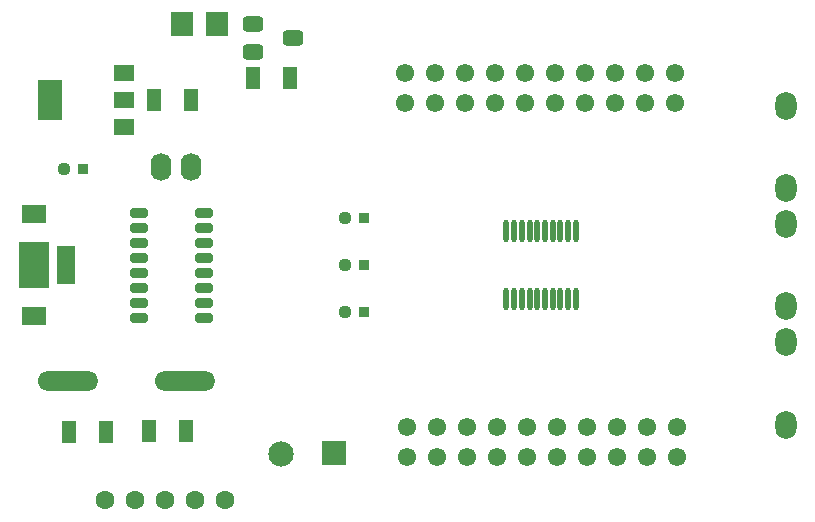
<source format=gts>
G04*
G04 #@! TF.GenerationSoftware,Altium Limited,Altium Designer,23.1.1 (15)*
G04*
G04 Layer_Color=8388736*
%FSLAX44Y44*%
%MOMM*%
G71*
G04*
G04 #@! TF.SameCoordinates,9F4D0ECE-2CF4-41AA-81F9-B76AE3B11C26*
G04*
G04*
G04 #@! TF.FilePolarity,Negative*
G04*
G01*
G75*
%ADD32R,1.1500X1.9500*%
G04:AMPARAMS|DCode=33|XSize=1.35mm|YSize=1.75mm|CornerRadius=0.375mm|HoleSize=0mm|Usage=FLASHONLY|Rotation=270.000|XOffset=0mm|YOffset=0mm|HoleType=Round|Shape=RoundedRectangle|*
%AMROUNDEDRECTD33*
21,1,1.3500,1.0000,0,0,270.0*
21,1,0.6000,1.7500,0,0,270.0*
1,1,0.7500,-0.5000,-0.3000*
1,1,0.7500,-0.5000,0.3000*
1,1,0.7500,0.5000,0.3000*
1,1,0.7500,0.5000,-0.3000*
%
%ADD33ROUNDEDRECTD33*%
%ADD34R,1.9500X1.9900*%
%ADD35R,1.7500X1.3500*%
%ADD36R,2.1500X3.4500*%
%ADD37O,1.8000X2.4000*%
%ADD38O,5.1500X1.6500*%
%ADD39R,2.0500X1.5500*%
%ADD40R,2.5000X2.0000*%
%ADD41R,1.6500X0.7000*%
G04:AMPARAMS|DCode=42|XSize=0.95mm|YSize=0.95mm|CornerRadius=0.275mm|HoleSize=0mm|Usage=FLASHONLY|Rotation=180.000|XOffset=0mm|YOffset=0mm|HoleType=Round|Shape=RoundedRectangle|*
%AMROUNDEDRECTD42*
21,1,0.9500,0.4000,0,0,180.0*
21,1,0.4000,0.9500,0,0,180.0*
1,1,0.5500,-0.2000,0.2000*
1,1,0.5500,0.2000,0.2000*
1,1,0.5500,0.2000,-0.2000*
1,1,0.5500,-0.2000,-0.2000*
%
%ADD42ROUNDEDRECTD42*%
%ADD43R,0.9500X0.9500*%
G04:AMPARAMS|DCode=44|XSize=1.46mm|YSize=0.77mm|CornerRadius=0.1525mm|HoleSize=0mm|Usage=FLASHONLY|Rotation=0.000|XOffset=0mm|YOffset=0mm|HoleType=Round|Shape=RoundedRectangle|*
%AMROUNDEDRECTD44*
21,1,1.4600,0.4650,0,0,0.0*
21,1,1.1550,0.7700,0,0,0.0*
1,1,0.3050,0.5775,-0.2325*
1,1,0.3050,-0.5775,-0.2325*
1,1,0.3050,-0.5775,0.2325*
1,1,0.3050,0.5775,0.2325*
%
%ADD44ROUNDEDRECTD44*%
%ADD45O,0.5140X1.8920*%
%ADD46C,1.6000*%
%ADD47C,2.1500*%
%ADD48R,2.1500X2.1500*%
%ADD49C,1.5500*%
%ADD50O,1.7500X2.3500*%
D32*
X389500Y608000D02*
D03*
X420500D02*
D03*
X504500Y626000D02*
D03*
X473500D02*
D03*
X385500Y327750D02*
D03*
X416500D02*
D03*
X348500Y326750D02*
D03*
X317500D02*
D03*
D33*
X507000Y660000D02*
D03*
X473000Y648000D02*
D03*
Y672000D02*
D03*
D34*
X413000D02*
D03*
X443000D02*
D03*
D35*
X364000Y585000D02*
D03*
Y608000D02*
D03*
Y631000D02*
D03*
D36*
X301520Y608000D02*
D03*
D37*
X924000Y533000D02*
D03*
Y603000D02*
D03*
Y433000D02*
D03*
Y503000D02*
D03*
Y333000D02*
D03*
Y403000D02*
D03*
D38*
X415530Y369500D02*
D03*
X316470D02*
D03*
D39*
X287875Y425000D02*
D03*
Y511000D02*
D03*
D40*
Y458500D02*
D03*
Y477500D02*
D03*
D41*
X314625Y481000D02*
D03*
Y474500D02*
D03*
Y468000D02*
D03*
Y461500D02*
D03*
Y455000D02*
D03*
D42*
X313000Y549000D02*
D03*
X551002Y428000D02*
D03*
Y468000D02*
D03*
Y508000D02*
D03*
D43*
X329000Y549000D02*
D03*
X567002Y428000D02*
D03*
Y468000D02*
D03*
Y508000D02*
D03*
D44*
X377000Y499750D02*
D03*
X432000Y474350D02*
D03*
X377000Y512450D02*
D03*
Y487050D02*
D03*
Y474350D02*
D03*
X432000Y487050D02*
D03*
Y461650D02*
D03*
Y448950D02*
D03*
X377000D02*
D03*
X432000Y423550D02*
D03*
X377000Y461650D02*
D03*
Y436250D02*
D03*
X432000D02*
D03*
X377000Y423550D02*
D03*
X432000Y499750D02*
D03*
Y512450D02*
D03*
D45*
X746250Y496710D02*
D03*
X739750D02*
D03*
X733250D02*
D03*
X726750D02*
D03*
X720250D02*
D03*
X713750D02*
D03*
X707250D02*
D03*
X700750D02*
D03*
X694250D02*
D03*
X687750D02*
D03*
X746250Y439290D02*
D03*
X739750D02*
D03*
X733250D02*
D03*
X726750D02*
D03*
X720250D02*
D03*
X713750D02*
D03*
X707250D02*
D03*
X700750D02*
D03*
X694250D02*
D03*
X687750D02*
D03*
D46*
X348200Y269000D02*
D03*
X373600D02*
D03*
X399000D02*
D03*
X424400D02*
D03*
X449800D02*
D03*
D47*
X496850Y308400D02*
D03*
D48*
X541450Y308500D02*
D03*
D49*
X832400Y330700D02*
D03*
X807000D02*
D03*
X781600D02*
D03*
X756200D02*
D03*
X730800D02*
D03*
X705400D02*
D03*
X680000D02*
D03*
X654600D02*
D03*
X629200D02*
D03*
X603800D02*
D03*
X832400Y305300D02*
D03*
X807000D02*
D03*
X781600D02*
D03*
X756200D02*
D03*
X730800D02*
D03*
X705400D02*
D03*
X680000D02*
D03*
X654600D02*
D03*
X629200D02*
D03*
X603800D02*
D03*
X602050Y605300D02*
D03*
X627450D02*
D03*
X652850D02*
D03*
X678250D02*
D03*
X703650D02*
D03*
X729050D02*
D03*
X754450D02*
D03*
X779850D02*
D03*
X805250D02*
D03*
X830650D02*
D03*
X602050Y630700D02*
D03*
X627450D02*
D03*
X652850D02*
D03*
X678250D02*
D03*
X703650D02*
D03*
X729050D02*
D03*
X754450D02*
D03*
X779850D02*
D03*
X805250D02*
D03*
X830650D02*
D03*
D50*
X395600Y551250D02*
D03*
X421000D02*
D03*
M02*

</source>
